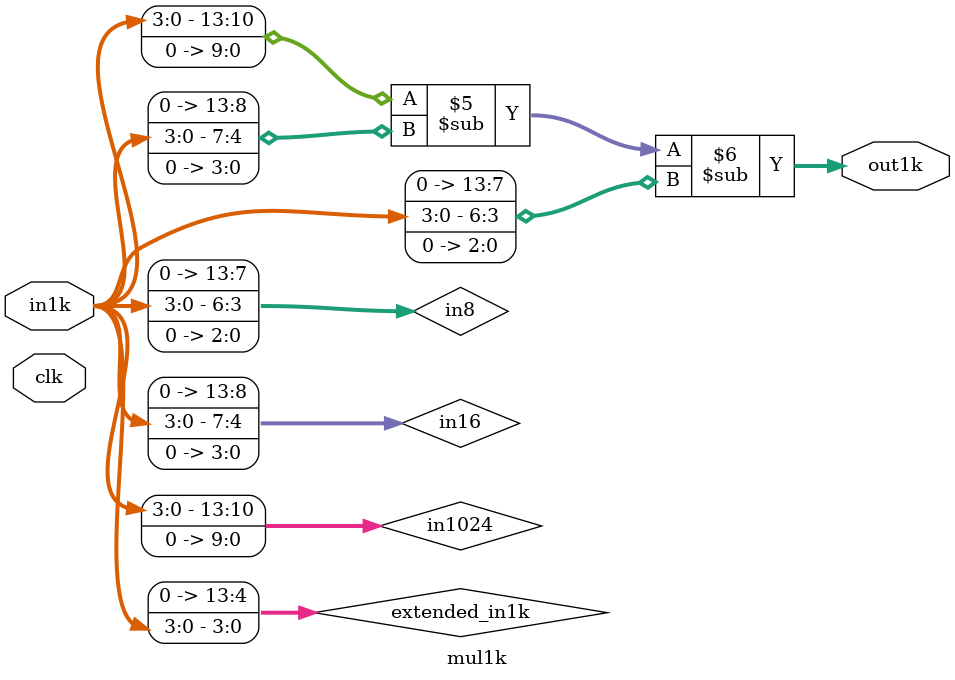
<source format=v>
module mul10 (
    input wire clk,
    input wire [3:0] in10,      // Entrada de 4 bits
    output reg [13:0] out10     // Salida de 14 bits
);
    reg [13:0] extended_in10;
    reg [13:0] in3, in2;

    always @(*) begin
        extended_in10 = {10'b0, in10}; // Extender a 14 bits
        in3 = extended_in10 << 3;     // Multiplicación por 8
        in2 = extended_in10 << 1;     // Multiplicación por 2
        out10 = in3 + in2;            // Suma para multiplicar por 10
    end
endmodule

module mul100 (
    input wire clk,             // Señal de reloj
    input wire [3:0] in100,     // Entrada de 4 bits
    output reg [13:0] out100    // Salida de 14 bits
);
    reg [13:0] extended_in100;  // Entrada extendida
    reg [13:0] in64, in32, in4;

    always @(*) begin
        extended_in100 = {10'b0, in100}; // Extender a 14 bits
        in64 = extended_in100 << 6;     // Multiplicación por 64
        in32 = extended_in100 << 5;     // Multiplicación por 32
        in4 = extended_in100 << 2;      // Multiplicación por 4
        out100 = in64 + in32 + in4;     // Suma total para multiplicar por 100
    end
endmodule

module mul1k (
    input wire clk,             // Señal de reloj
    input wire [3:0] in1k,      // Entrada de 4 bits
    output reg [13:0] out1k     // Salida de 14 bits
);
    reg [13:0] extended_in1k;   // Entrada extendida
    reg [13:0] in1024, in16, in8;

    always @(*) begin
        extended_in1k = {10'b0, in1k}; // Extender a 14 bits
        in1024 = extended_in1k << 10; // Multiplicación por 1024
        in16 = extended_in1k << 4;    // Multiplicación por 16
        in8 = extended_in1k << 3;     // Multiplicación por 8
        out1k = in1024 - in16 - in8;  // Suma total para multiplicar por 1000
    end
endmodule
</source>
